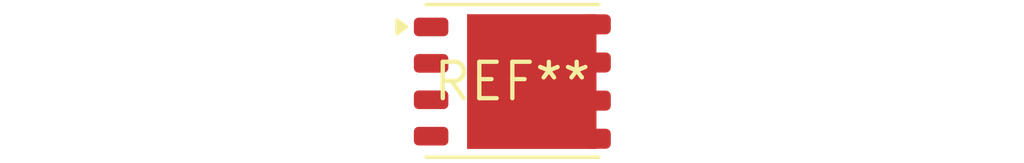
<source format=kicad_pcb>
(kicad_pcb (version 20240108) (generator pcbnew)
  (layers (0 "F.Cu" signal) (31 "B.Cu" signal) (34 "B.Paste" user) (35 "F.Paste" user) (36 "B.SilkS" user "B.Silkscreen") (37 "F.SilkS" user "F.Silkscreen") (38 "B.Mask" user) (39 "F.Mask" user) (44 "Edge.Cuts" user))
  (net 0 "")
  (footprint "Infineon_PG-TDSON-8_6.15x5.15mm" (layer "F.Cu") (at 0 0)
    (property "Reference" "REF**")
    (property "Value" "Infineon_PG-TDSON-8_6.15x5.15mm")
    (fp_line (start 3.005 -2.685) (end -2.995 -2.685) (layer "F.SilkS") (stroke (width 0.12)))
    (fp_line (start 3.005 2.64) (end -2.995 2.64) (layer "F.SilkS") (stroke (width 0.12)))
    (fp_poly (pts (xy -3.681827 -1.91) (xy -4.011827 -1.67) (xy -4.011827 -2.15) (xy -3.681827 -1.91)) (layer "F.SilkS") (stroke (width 0.12)) (fill solid))
    (pad "1" smd roundrect (at -2.825 -1.905) (size 1.2 0.65) (layers "F.Cu" "F.Paste" "F.Mask"))
    (pad "2" smd roundrect (at -2.825 -0.635) (size 1.2 0.65) (layers "F.Cu" "F.Paste" "F.Mask"))
    (pad "3" smd roundrect (at -2.825 0.635) (size 1.2 0.65) (layers "F.Cu" "F.Paste" "F.Mask"))
    (pad "4" smd roundrect (at -2.825 1.905) (size 1.2 0.65) (layers "F.Cu" "F.Paste" "F.Mask"))
    (pad "5" smd rect (at 0.675 0) (size 4.5 4.7) (layers "F.Cu" "F.Mask"))
    (pad "5" smd roundrect (at 2.925 -1.995) (size 1 0.7) (layers "F.Cu" "F.Paste" "F.Mask"))
    (pad "5" smd roundrect (at 2.925 -0.665) (size 1 0.7) (layers "F.Cu" "F.Paste" "F.Mask"))
    (pad "5" smd roundrect (at 2.925 0.665) (size 1 0.7) (layers "F.Cu" "F.Paste" "F.Mask"))
    (pad "5" smd roundrect (at 2.925 1.995) (size 1 0.7) (layers "F.Cu" "F.Paste" "F.Mask"))
  )
)
</source>
